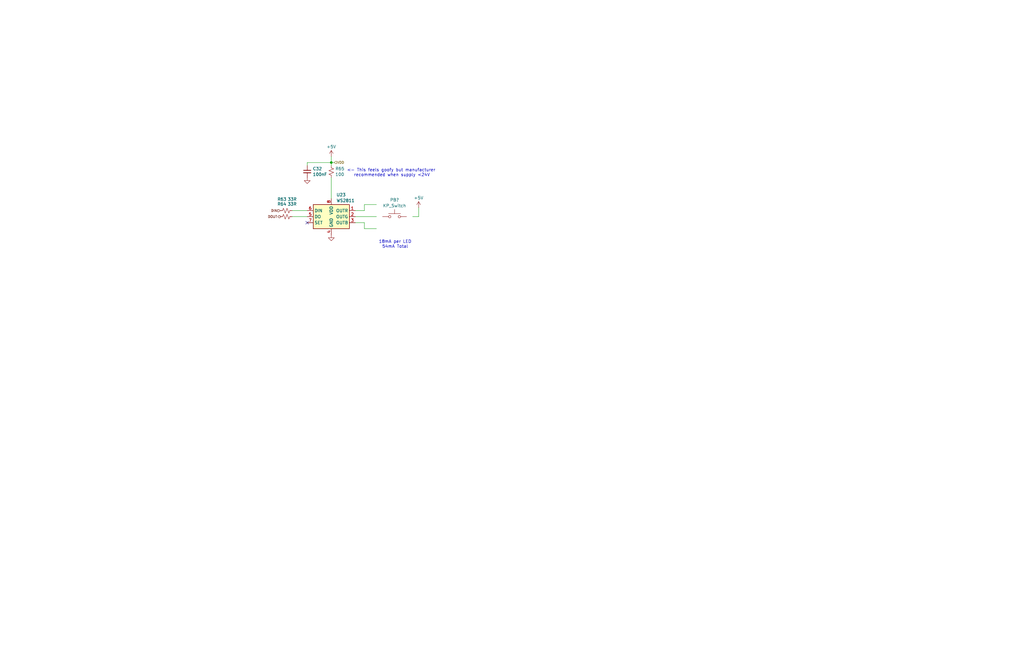
<source format=kicad_sch>
(kicad_sch (version 20250114) (generator "eeschema") (generator_version "9.0")
  (paper "B")
  (lib_symbols
    (symbol "Device:C_Small" (pin_numbers (hide yes)) (pin_names (offset 0.254) (hide yes))
      (property "Reference" "C" (at 0.254 1.778 0))
      (property "Value" "C_Small" (at 0.254 -2.032 0))
      (symbol "C_Small_0_1"
        (polyline (pts (xy -1.524 0.508) (xy 1.524 0.508)) (stroke (width 0.3048)))
        (polyline (pts (xy -1.524 -0.508) (xy 1.524 -0.508)) (stroke (width 0.3302)))
      )
      (symbol "C_Small_1_1"
        (pin passive line (at 0 2.54 270) (length 2.032) (name "~") (number "1"))
        (pin passive line (at 0 -2.54 90) (length 2.032) (name "~") (number "2"))
      )
    )
    (symbol "Device:R_Small_US" (pin_numbers (hide yes)) (pin_names (offset 0.254) (hide yes))
      (property "Reference" "R" (at 0.762 0.508 0))
      (property "Value" "R_Small_US" (at 0.762 -1.016 0))
      (symbol "R_Small_US_1_1"
        (polyline (pts (xy 0 1.524) (xy 1.016 1.143) (xy 0 0.762) (xy -1.016 0.381) (xy 0 0)))
        (polyline (pts (xy 0 0) (xy 1.016 -0.381) (xy 0 -0.762) (xy -1.016 -1.143) (xy 0 -1.524)))
        (pin passive line (at 0 2.54 270) (length 1.016) (name "~") (number "1"))
        (pin passive line (at 0 -2.54 90) (length 1.016) (name "~") (number "2"))
      )
    )
    (symbol "Driver_LED:WS2811"
      (property "Reference" "U" (at -6.35 6.35 0))
      (property "Value" "WS2811" (at 5.08 6.35 0))
      (symbol "WS2811_0_1"
        (rectangle (start -7.62 5.08) (end 7.62 -5.08) (stroke (width 0.254)) (fill (type background)))
      )
      (symbol "WS2811_1_1"
        (pin input line (at -10.16 2.54 0) (length 2.54) (name "DIN") (number "6"))
        (pin output line (at -10.16 0 0) (length 2.54) (name "DO") (number "5"))
        (pin input line (at -10.16 -2.54 0) (length 2.54) (name "SET") (number "7"))
        (pin power_in line (at 0 7.62 270) (length 2.54) (name "VDD") (number "8"))
        (pin power_in line (at 0 -7.62 90) (length 2.54) (name "GND") (number "4"))
        (pin output line (at 10.16 2.54 180) (length 2.54) (name "OUTR") (number "1"))
        (pin output line (at 10.16 0 180) (length 2.54) (name "OUTG") (number "2"))
        (pin output line (at 10.16 -2.54 180) (length 2.54) (name "OUTB") (number "3"))
      )
    )
    (symbol "Switch:SW_Push" (pin_numbers (hide yes)) (pin_names (offset 1.016) (hide yes))
      (property "Reference" "SW" (at 1.27 2.54 0))
      (property "Value" "SW_Push" (at 0 -1.524 0))
      (symbol "SW_Push_0_1"
        (circle (center -2.032 0) (radius 0.508))
        (polyline (pts (xy 0 1.27) (xy 0 3.048)))
        (circle (center 2.032 0) (radius 0.508))
        (polyline (pts (xy 2.54 1.27) (xy -2.54 1.27)))
        (pin passive line (at -5.08 0 0) (length 2.54) (name "1") (number "1"))
        (pin passive line (at 5.08 0 180) (length 2.54) (name "2") (number "2"))
      )
    )
    (symbol "power:+5V" (power) (pin_numbers (hide yes)) (pin_names (offset 0) (hide yes))
      (property "Value" "+5V" (at 0 3.556 0))
      (symbol "+5V_0_1"
        (polyline (pts (xy -0.762 1.27) (xy 0 2.54)))
        (polyline (pts (xy 0 2.54) (xy 0.762 1.27)))
        (polyline (pts (xy 0 0) (xy 0 2.54)))
      )
      (symbol "+5V_1_1"
        (pin power_in line (at 0 0 90) (length 0) (name "~") (number "1"))
      )
    )
    (symbol "power:GND" (power) (pin_numbers (hide yes)) (pin_names (offset 0) (hide yes))
      (property "Value" "GND" (at 0 -3.81 0))
      (symbol "GND_0_1"
        (polyline (pts (xy 0 0) (xy 0 -1.27) (xy 1.27 -1.27) (xy 0 -2.54) (xy -1.27 -1.27) (xy 0 -1.27)))
      )
      (symbol "GND_1_1"
        (pin power_in line (at 0 0 270) (length 0) (name "~") (number "1"))
      )
    )
  )
  (text "<- This feels goofy but manufacturer\n   recommended when supply <24V" (at 146.304 72.898 0) (effects (font (size 1.27 1.27)) (justify left)))
  (text "18mA per LED\n54mA Total" (at 166.624 103.124 0) (effects (font (size 1.27 1.27))))
  (junction (at 139.7 68.58))
  (no_connect (at 129.54 93.98))
  (wire (pts (xy 149.86 93.98) (xy 153.67 93.98)))
  (wire (pts (xy 139.7 74.93) (xy 139.7 83.82)))
  (wire (pts (xy 139.7 66.04) (xy 139.7 68.58)))
  (wire (pts (xy 139.7 68.58) (xy 129.54 68.58)))
  (wire (pts (xy 153.67 96.52) (xy 158.75 96.52)))
  (wire (pts (xy 176.53 87.63) (xy 176.53 91.44)))
  (wire (pts (xy 149.86 91.44) (xy 158.75 91.44)))
  (wire (pts (xy 123.19 88.9) (xy 129.54 88.9)))
  (wire (pts (xy 139.7 68.58) (xy 140.97 68.58)))
  (wire (pts (xy 153.67 86.36) (xy 158.75 86.36)))
  (wire (pts (xy 153.67 93.98) (xy 153.67 96.52)))
  (wire (pts (xy 123.19 91.44) (xy 129.54 91.44)))
  (wire (pts (xy 149.86 88.9) (xy 153.67 88.9)))
  (wire (pts (xy 139.7 68.58) (xy 139.7 69.85)))
  (wire (pts (xy 153.67 88.9) (xy 153.67 86.36)))
  (wire (pts (xy 176.53 91.44) (xy 173.99 91.44)))
  (wire (pts (xy 129.54 68.58) (xy 129.54 69.85)))
  (hierarchical_label "VDD" (shape input) (at 140.97 68.58 0) (effects (font (size 1 1))))
  (hierarchical_label "DOUT" (shape output) (at 118.11 91.44 180) (effects (font (size 1 1))))
  (hierarchical_label "DIN" (shape input) (at 118.11 88.9 180) (effects (font (size 1 1))))
  (symbol (lib_id "Device:C_Small") (at 129.54 72.39 0) (unit 1)
    (property "Reference" "C?" (at 131.8641 71.1841 0) (effects (justify left)))
    (property "Value" "100nF" (at 131.8641 73.6084 0) (effects (justify left)))
    (property "Description" "Unpolarized capacitor, small symbol" (effects (hide yes)))
    (instances (project "PilotAudioPanel" (path "" (reference "C32") (unit 1)) (path "" (reference "C?") (unit 1)) (path "" (reference "C36") (unit 1)) (path "" (reference "C35") (unit 1)) (path "" (reference "C30") (unit 1)) (path "" (reference "C37") (unit 1)) (path "" (reference "C33") (unit 1)) (path "" (reference "C29") (unit 1)) (path "" (reference "C34") (unit 1)) (path "" (reference "C38") (unit 1)) (path "" (reference "C31") (unit 1)) (path "" (reference "C39") (unit 1))) (project "Front IO Panel" (path "" (reference "C?") (unit 1)) (path "" (reference "C?") (unit 1)) (path "" (reference "C?") (unit 1)) (path "" (reference "C?") (unit 1)) (path "" (reference "C?") (unit 1)) (path "" (reference "C?") (unit 1)) (path "" (reference "C?") (unit 1)) (path "" (reference "C?") (unit 1)) (path "" (reference "C?") (unit 1)) (path "" (reference "C?") (unit 1)) (path "" (reference "C?") (unit 1)) (path "" (reference "C?") (unit 1))))
  )
  (symbol (lib_id "power:GND") (at 139.7 99.06 0) (unit 1)
    (property "Reference" "#PWR?" (effects (hide yes)))
    (property "Value" "GND" (effects (hide yes)))
    (property "Description" "Power symbol creates a global label with name \"GND\" , ground" (effects (hide yes)))
    (instances (project "PilotAudioPanel" (path "" (reference "#PWR080") (unit 1)) (path "" (reference "#PWR062") (unit 1)) (path "" (reference "#PWR096") (unit 1)) (path "" (reference "#PWR092") (unit 1)) (path "" (reference "#PWR072") (unit 1)) (path "" (reference "#PWR0100") (unit 1)) (path "" (reference "#PWR084") (unit 1)) (path "" (reference "#PWR063") (unit 1)) (path "" (reference "#PWR088") (unit 1)) (path "" (reference "#PWR0104") (unit 1)) (path "" (reference "#PWR076") (unit 1)) (path "" (reference "#PWR0108") (unit 1))) (project "Front IO Panel" (path "" (reference "#PWR?") (unit 1)) (path "" (reference "#PWR?") (unit 1)) (path "" (reference "#PWR?") (unit 1)) (path "" (reference "#PWR?") (unit 1)) (path "" (reference "#PWR?") (unit 1)) (path "" (reference "#PWR?") (unit 1)) (path "" (reference "#PWR?") (unit 1)) (path "" (reference "#PWR?") (unit 1)) (path "" (reference "#PWR?") (unit 1)) (path "" (reference "#PWR?") (unit 1)) (path "" (reference "#PWR?") (unit 1)) (path "" (reference "#PWR?") (unit 1))))
  )
  (symbol (lib_id "Switch:SW_Push") (at 166.37 91.44 0) (unit 1)
    (property "Reference" "PB?" (at 166.37 84.3745 0))
    (property "Value" "KP_Switch" (at 166.37 86.7988 0))
    (property "Description" "Push button switch, generic, two pins" (effects (hide yes)))
  )
  (symbol (lib_id "Driver_LED:WS2811") (at 139.7 91.44 0) (unit 1)
    (property "Reference" "U?" (at 141.8433 82.2155 0) (effects (justify left)))
    (property "Value" "WS2811" (at 141.8433 84.6398 0) (effects (justify left)))
    (property "Footprint" "Package_SO:SOP-8_3.9x4.9mm_P1.27mm" (effects (hide yes)))
    (property "Datasheet" "https://cdn-shop.adafruit.com/datasheets/WS2811.pdf" (effects (hide yes)))
    (property "Description" "3-Channel 8-Bit PWM LED Driver, DIP-8/SOIC-8" (effects (hide yes)))
    (instances (project "PilotAudioPanel" (path "" (reference "U23") (unit 1)) (path "" (reference "U19") (unit 1)) (path "" (reference "U27") (unit 1)) (path "" (reference "U26") (unit 1)) (path "" (reference "U21") (unit 1)) (path "" (reference "U29") (unit 1)) (path "" (reference "U24") (unit 1)) (path "" (reference "U20") (unit 1)) (path "" (reference "U25") (unit 1)) (path "" (reference "U31") (unit 1)) (path "" (reference "U22") (unit 1)) (path "" (reference "U33") (unit 1))) (project "Front IO Panel" (path "" (reference "U?") (unit 1)) (path "" (reference "U?") (unit 1)) (path "" (reference "U?") (unit 1)) (path "" (reference "U?") (unit 1)) (path "" (reference "U?") (unit 1)) (path "" (reference "U?") (unit 1)) (path "" (reference "U?") (unit 1)) (path "" (reference "U?") (unit 1)) (path "" (reference "U?") (unit 1)) (path "" (reference "U?") (unit 1)) (path "" (reference "U?") (unit 1)) (path "" (reference "U?") (unit 1))))
  )
  (symbol (lib_id "Device:R_Small_US") (at 120.65 88.9 90) (unit 1)
    (property "Reference" "R?" (at 118.872 84.074 90))
    (property "Value" "33R" (at 123.19 84.074 90))
    (property "Description" "Resistor, small US symbol" (effects (hide yes)))
    (instances (project "PilotAudioPanel" (path "" (reference "R63") (unit 1)) (path "" (reference "R?") (unit 1)) (path "" (reference "R75") (unit 1)) (path "" (reference "R72") (unit 1)) (path "" (reference "R57") (unit 1)) (path "" (reference "R78") (unit 1)) (path "" (reference "R66") (unit 1)) (path "" (reference "R54") (unit 1)) (path "" (reference "R69") (unit 1)) (path "" (reference "R81") (unit 1)) (path "" (reference "R60") (unit 1)) (path "" (reference "R84") (unit 1))) (project "Front IO Panel" (path "" (reference "R?") (unit 1)) (path "" (reference "R?") (unit 1)) (path "" (reference "R?") (unit 1)) (path "" (reference "R?") (unit 1)) (path "" (reference "R?") (unit 1)) (path "" (reference "R?") (unit 1)) (path "" (reference "R?") (unit 1)) (path "" (reference "R?") (unit 1)) (path "" (reference "R?") (unit 1)) (path "" (reference "R?") (unit 1)) (path "" (reference "R?") (unit 1)) (path "" (reference "R?") (unit 1))))
  )
  (symbol (lib_id "power:+5V") (at 139.7 66.04 0) (unit 1)
    (property "Reference" "#PWR?" (effects (hide yes)))
    (property "Value" "+5V" (at 139.7 61.9069 0))
    (property "Description" "Power symbol creates a global label with name \"+5V\"" (effects (hide yes)))
    (instances (project "PilotAudioPanel" (path "" (reference "#PWR079") (unit 1)) (path "" (reference "#PWR?") (unit 1)) (path "" (reference "#PWR095") (unit 1)) (path "" (reference "#PWR091") (unit 1)) (path "" (reference "#PWR071") (unit 1)) (path "" (reference "#PWR099") (unit 1)) (path "" (reference "#PWR083") (unit 1)) (path "" (reference "#PWR068") (unit 1)) (path "" (reference "#PWR087") (unit 1)) (path "" (reference "#PWR0103") (unit 1)) (path "" (reference "#PWR075") (unit 1)) (path "" (reference "#PWR0107") (unit 1))) (project "Front IO Panel" (path "" (reference "#PWR?") (unit 1)) (path "" (reference "#PWR?") (unit 1)) (path "" (reference "#PWR?") (unit 1)) (path "" (reference "#PWR?") (unit 1)) (path "" (reference "#PWR?") (unit 1)) (path "" (reference "#PWR?") (unit 1)) (path "" (reference "#PWR?") (unit 1)) (path "" (reference "#PWR?") (unit 1)) (path "" (reference "#PWR?") (unit 1)) (path "" (reference "#PWR?") (unit 1)) (path "" (reference "#PWR?") (unit 1)) (path "" (reference "#PWR?") (unit 1))))
  )
  (symbol (lib_id "Device:R_Small_US") (at 120.65 91.44 90) (unit 1)
    (property "Reference" "R?" (at 118.872 86.106 90))
    (property "Value" "33R" (at 123.19 86.106 90))
    (property "Description" "Resistor, small US symbol" (effects (hide yes)))
    (instances (project "PilotAudioPanel" (path "" (reference "R64") (unit 1)) (path "" (reference "R51") (unit 1)) (path "" (reference "R76") (unit 1)) (path "" (reference "R73") (unit 1)) (path "" (reference "R58") (unit 1)) (path "" (reference "R79") (unit 1)) (path "" (reference "R67") (unit 1)) (path "" (reference "R52") (unit 1)) (path "" (reference "R70") (unit 1)) (path "" (reference "R82") (unit 1)) (path "" (reference "R61") (unit 1)) (path "" (reference "R85") (unit 1))) (project "Front IO Panel" (path "" (reference "R?") (unit 1)) (path "" (reference "R?") (unit 1)) (path "" (reference "R?") (unit 1)) (path "" (reference "R?") (unit 1)) (path "" (reference "R?") (unit 1)) (path "" (reference "R?") (unit 1)) (path "" (reference "R?") (unit 1)) (path "" (reference "R?") (unit 1)) (path "" (reference "R?") (unit 1)) (path "" (reference "R?") (unit 1)) (path "" (reference "R?") (unit 1)) (path "" (reference "R?") (unit 1))))
  )
  (symbol (lib_id "power:GND") (at 129.54 74.93 0) (unit 1)
    (property "Reference" "#PWR?" (effects (hide yes)))
    (property "Value" "GND" (effects (hide yes)))
    (property "Description" "Power symbol creates a global label with name \"GND\" , ground" (effects (hide yes)))
    (instances (project "PilotAudioPanel" (path "" (reference "#PWR078") (unit 1)) (path "" (reference "#PWR?") (unit 1)) (path "" (reference "#PWR094") (unit 1)) (path "" (reference "#PWR090") (unit 1)) (path "" (reference "#PWR070") (unit 1)) (path "" (reference "#PWR098") (unit 1)) (path "" (reference "#PWR082") (unit 1)) (path "" (reference "#PWR067") (unit 1)) (path "" (reference "#PWR086") (unit 1)) (path "" (reference "#PWR0102") (unit 1)) (path "" (reference "#PWR074") (unit 1)) (path "" (reference "#PWR0106") (unit 1))) (project "Front IO Panel" (path "" (reference "#PWR?") (unit 1)) (path "" (reference "#PWR?") (unit 1)) (path "" (reference "#PWR?") (unit 1)) (path "" (reference "#PWR?") (unit 1)) (path "" (reference "#PWR?") (unit 1)) (path "" (reference "#PWR?") (unit 1)) (path "" (reference "#PWR?") (unit 1)) (path "" (reference "#PWR?") (unit 1)) (path "" (reference "#PWR?") (unit 1)) (path "" (reference "#PWR?") (unit 1)) (path "" (reference "#PWR?") (unit 1)) (path "" (reference "#PWR?") (unit 1))))
  )
  (symbol (lib_id "power:+5V") (at 176.53 87.63 0) (unit 1)
    (property "Reference" "#PWR?" (effects (hide yes)))
    (property "Value" "+5V" (at 176.53 83.4969 0))
    (property "Description" "Power symbol creates a global label with name \"+5V\"" (effects (hide yes)))
    (instances (project "PilotAudioPanel" (path "" (reference "#PWR081") (unit 1)) (path "" (reference "#PWR064") (unit 1)) (path "" (reference "#PWR097") (unit 1)) (path "" (reference "#PWR093") (unit 1)) (path "" (reference "#PWR073") (unit 1)) (path "" (reference "#PWR0101") (unit 1)) (path "" (reference "#PWR085") (unit 1)) (path "" (reference "#PWR069") (unit 1)) (path "" (reference "#PWR089") (unit 1)) (path "" (reference "#PWR0105") (unit 1)) (path "" (reference "#PWR077") (unit 1)) (path "" (reference "#PWR0109") (unit 1))) (project "Front IO Panel" (path "" (reference "#PWR?") (unit 1)) (path "" (reference "#PWR?") (unit 1)) (path "" (reference "#PWR?") (unit 1)) (path "" (reference "#PWR?") (unit 1)) (path "" (reference "#PWR?") (unit 1)) (path "" (reference "#PWR?") (unit 1)) (path "" (reference "#PWR?") (unit 1)) (path "" (reference "#PWR?") (unit 1)) (path "" (reference "#PWR?") (unit 1)) (path "" (reference "#PWR?") (unit 1)) (path "" (reference "#PWR?") (unit 1)) (path "" (reference "#PWR?") (unit 1))))
  )
  (symbol (lib_id "Device:R_Small_US") (at 139.7 72.39 0) (unit 1)
    (property "Reference" "R?" (at 141.351 71.1778 0) (effects (justify left)))
    (property "Value" "100" (at 141.351 73.6021 0) (effects (justify left)))
    (property "Description" "Resistor, small US symbol" (effects (hide yes)))
    (instances (project "PilotAudioPanel" (path "" (reference "R65") (unit 1)) (path "" (reference "R?") (unit 1)) (path "" (reference "R77") (unit 1)) (path "" (reference "R74") (unit 1)) (path "" (reference "R59") (unit 1)) (path "" (reference "R80") (unit 1)) (path "" (reference "R68") (unit 1)) (path "" (reference "R56") (unit 1)) (path "" (reference "R71") (unit 1)) (path "" (reference "R83") (unit 1)) (path "" (reference "R62") (unit 1)) (path "" (reference "R86") (unit 1))) (project "Front IO Panel" (path "" (reference "R?") (unit 1)) (path "" (reference "R?") (unit 1)) (path "" (reference "R?") (unit 1)) (path "" (reference "R?") (unit 1)) (path "" (reference "R?") (unit 1)) (path "" (reference "R?") (unit 1)) (path "" (reference "R?") (unit 1)) (path "" (reference "R?") (unit 1)) (path "" (reference "R?") (unit 1)) (path "" (reference "R?") (unit 1)) (path "" (reference "R?") (unit 1)) (path "" (reference "R?") (unit 1))))
  )
)
</source>
